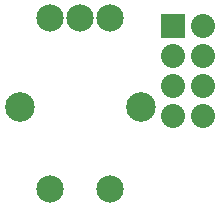
<source format=gbs>
G04 #@! TF.FileFunction,Soldermask,Bot*
%FSLAX46Y46*%
G04 Gerber Fmt 4.6, Leading zero omitted, Abs format (unit mm)*
G04 Created by KiCad (PCBNEW 4.0.1-stable) date 2/13/2016 8:52:59 PM*
%MOMM*%
G01*
G04 APERTURE LIST*
%ADD10C,0.150000*%
%ADD11C,2.304800*%
%ADD12C,2.504800*%
%ADD13R,2.032000X2.032000*%
%ADD14O,2.032000X2.032000*%
G04 APERTURE END LIST*
D10*
D11*
X4572000Y-2152000D03*
X7112000Y-2152000D03*
X9652000Y-2152000D03*
X9652000Y-16652000D03*
X4572000Y-16652000D03*
D12*
X2012000Y-9652000D03*
X12212000Y-9652000D03*
D13*
X14986000Y-2794000D03*
D14*
X17526000Y-2794000D03*
X14986000Y-5334000D03*
X17526000Y-5334000D03*
X14986000Y-7874000D03*
X17526000Y-7874000D03*
X14986000Y-10414000D03*
X17526000Y-10414000D03*
M02*

</source>
